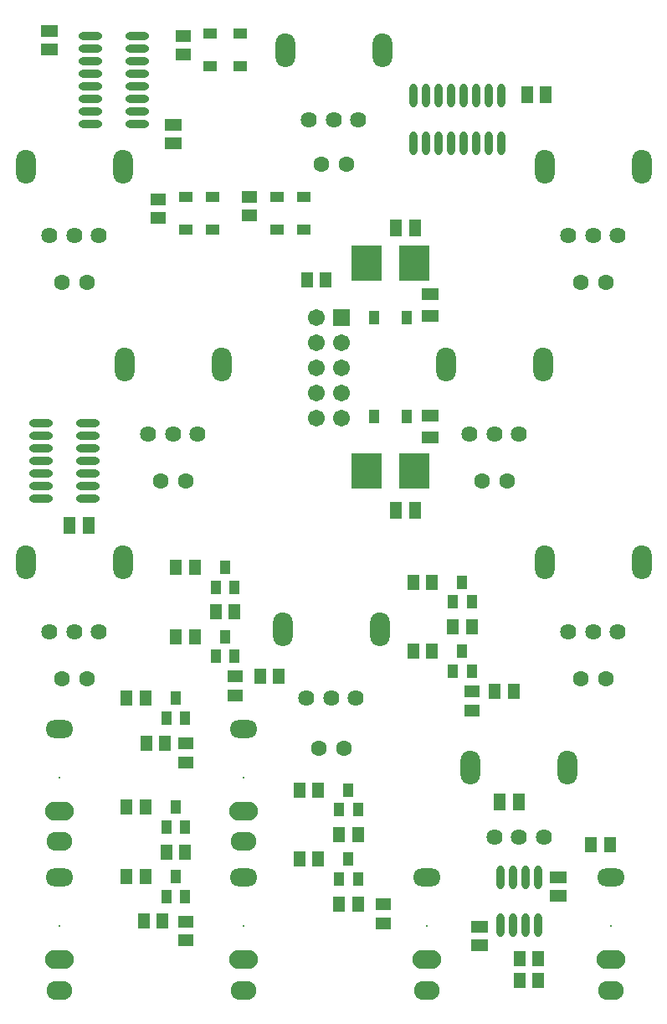
<source format=gbs>
G04 Layer_Color=16711935*
%FSAX44Y44*%
%MOMM*%
G71*
G01*
G75*
%ADD37C,1.7032*%
%ADD38R,1.7032X1.7032*%
%ADD39C,1.6032*%
%ADD40O,2.9032X1.9032*%
%ADD41O,2.8032X1.8032*%
%ADD42C,0.2032*%
%ADD43O,2.6032X1.9032*%
%ADD44C,1.6256*%
%ADD45O,2.0032X3.4032*%
%ADD46O,2.0032X3.4031*%
%ADD47R,1.2032X1.6032*%
%ADD48R,1.0032X1.3532*%
%ADD49R,1.6032X1.2032*%
%ADD50R,1.3032X1.6532*%
%ADD51R,3.0532X3.6032*%
%ADD52R,1.7532X1.2532*%
%ADD53R,1.1132X1.4232*%
%ADD54O,0.8032X2.4032*%
%ADD55R,1.6532X1.3032*%
%ADD56R,1.4232X1.1132*%
%ADD57O,2.4032X0.8032*%
D37*
X01329600Y01603400D02*
D03*
X01355000D02*
D03*
Y01628800D02*
D03*
X01329600D02*
D03*
Y01654200D02*
D03*
X01355000D02*
D03*
Y01679600D02*
D03*
X01329600D02*
D03*
Y01705000D02*
D03*
D38*
X01355000Y01705000D02*
D03*
D39*
X01332300Y01270000D02*
D03*
X01357700D02*
D03*
X01597300Y01340000D02*
D03*
X01622700D02*
D03*
X01522700Y01540000D02*
D03*
X01497300D02*
D03*
X01622700Y01740000D02*
D03*
X01597300D02*
D03*
X01360200Y01860000D02*
D03*
X01334800D02*
D03*
X01097700Y01740000D02*
D03*
X01072300D02*
D03*
X01172300Y01540000D02*
D03*
X01197700D02*
D03*
X01072300Y01340000D02*
D03*
X01097700D02*
D03*
D40*
X01070000Y01056200D02*
D03*
Y01206200D02*
D03*
X01256000Y01056200D02*
D03*
X01442000D02*
D03*
X01256000Y01206200D02*
D03*
X01628000Y01056200D02*
D03*
D41*
X01070000Y01139200D02*
D03*
Y01289200D02*
D03*
X01256000Y01139200D02*
D03*
X01442000D02*
D03*
X01256000Y01289200D02*
D03*
X01628000Y01139200D02*
D03*
D42*
X01070000Y01090000D02*
D03*
Y01240000D02*
D03*
X01256000Y01090000D02*
D03*
X01442000D02*
D03*
X01256000Y01240000D02*
D03*
X01628000Y01090000D02*
D03*
D43*
X01070000Y01025200D02*
D03*
Y01175200D02*
D03*
X01256000Y01025200D02*
D03*
X01442000D02*
D03*
X01256000Y01175200D02*
D03*
X01628000Y01025200D02*
D03*
D44*
X01319999Y01320000D02*
D03*
X01345000D02*
D03*
X01370001D02*
D03*
X01509999Y01180000D02*
D03*
X01535000D02*
D03*
X01560001D02*
D03*
X01635001Y01387500D02*
D03*
X01610000D02*
D03*
X01584999D02*
D03*
X01535001Y01587500D02*
D03*
X01510000D02*
D03*
X01484999D02*
D03*
X01635001Y01787500D02*
D03*
X01610000D02*
D03*
X01584999D02*
D03*
X01372501Y01905000D02*
D03*
X01347500D02*
D03*
X01322499D02*
D03*
X01110001Y01787500D02*
D03*
X01085000D02*
D03*
X01059999D02*
D03*
X01159999Y01587500D02*
D03*
X01185000D02*
D03*
X01210001D02*
D03*
X01059999Y01387500D02*
D03*
X01085000D02*
D03*
X01110001D02*
D03*
D45*
X01296000Y01390000D02*
D03*
X01486000Y01250000D02*
D03*
X01561000Y01457500D02*
D03*
X01461000Y01657500D02*
D03*
X01561000Y01857500D02*
D03*
X01298500Y01975000D02*
D03*
X01036000Y01857500D02*
D03*
X01136000Y01657500D02*
D03*
X01036000Y01457500D02*
D03*
D46*
X01394000Y01390000D02*
D03*
X01584000Y01250000D02*
D03*
X01659000Y01457500D02*
D03*
X01559000Y01657500D02*
D03*
X01659000Y01857500D02*
D03*
X01396500Y01975000D02*
D03*
X01134000Y01857500D02*
D03*
X01234000Y01657500D02*
D03*
X01134000Y01457500D02*
D03*
D47*
X01155500Y01095000D02*
D03*
X01174500D02*
D03*
X01157000Y01140000D02*
D03*
X01178000Y01165000D02*
D03*
X01197000D02*
D03*
X01157000Y01210000D02*
D03*
X01158000Y01275000D02*
D03*
X01177000D02*
D03*
X01157000Y01320000D02*
D03*
X01138000D02*
D03*
X01138000Y01210000D02*
D03*
Y01140000D02*
D03*
X01313000Y01157500D02*
D03*
X01332000D02*
D03*
X01353000Y01182500D02*
D03*
X01372000D02*
D03*
X01332000Y01227500D02*
D03*
X01313000D02*
D03*
X01353000Y01112500D02*
D03*
X01372000D02*
D03*
X01535500Y01057500D02*
D03*
X01554500D02*
D03*
X01554500Y01035000D02*
D03*
X01535500D02*
D03*
X01627000Y01172500D02*
D03*
X01608000D02*
D03*
X01529500Y01327500D02*
D03*
X01510500D02*
D03*
X01487000Y01392500D02*
D03*
X01468000D02*
D03*
X01447000Y01367500D02*
D03*
Y01437500D02*
D03*
X01428000D02*
D03*
Y01367500D02*
D03*
X01292000Y01342500D02*
D03*
X01273000D02*
D03*
X01207000Y01382500D02*
D03*
X01247000Y01407500D02*
D03*
X01207000Y01452500D02*
D03*
X01228000Y01407500D02*
D03*
X01188000Y01452500D02*
D03*
X01188000Y01382500D02*
D03*
X01339500Y01742500D02*
D03*
X01320500D02*
D03*
D48*
X01178000Y01120000D02*
D03*
X01197000D02*
D03*
X01187500Y01140000D02*
D03*
X01178000Y01190000D02*
D03*
X01197000D02*
D03*
X01187500Y01210000D02*
D03*
X01197000Y01300000D02*
D03*
X01178000D02*
D03*
X01187500Y01320000D02*
D03*
X01228000Y01362500D02*
D03*
X01247000D02*
D03*
X01237500Y01382500D02*
D03*
X01247000Y01432500D02*
D03*
X01237500Y01452500D02*
D03*
X01228000Y01432500D02*
D03*
X01362500Y01227500D02*
D03*
X01353000Y01207500D02*
D03*
X01362500Y01157500D02*
D03*
X01353000Y01137500D02*
D03*
X01372000D02*
D03*
Y01207500D02*
D03*
X01468000Y01347500D02*
D03*
X01487000D02*
D03*
X01477500Y01367500D02*
D03*
X01468000Y01417500D02*
D03*
X01487000D02*
D03*
X01477500Y01437500D02*
D03*
D49*
X01197500Y01075500D02*
D03*
Y01094500D02*
D03*
Y01255500D02*
D03*
Y01274500D02*
D03*
X01247500Y01323000D02*
D03*
Y01342000D02*
D03*
X01487500Y01308000D02*
D03*
Y01327000D02*
D03*
X01397500Y01112000D02*
D03*
Y01093000D02*
D03*
X01262500Y01808000D02*
D03*
Y01827000D02*
D03*
X01170000Y01824500D02*
D03*
Y01805500D02*
D03*
X01195000Y01970500D02*
D03*
Y01989500D02*
D03*
D50*
X01515500Y01215000D02*
D03*
X01534500D02*
D03*
X01429500Y01510000D02*
D03*
X01410500D02*
D03*
Y01795000D02*
D03*
X01429500D02*
D03*
X01543000Y01930000D02*
D03*
X01562000D02*
D03*
X01099500Y01495000D02*
D03*
X01080500D02*
D03*
D51*
X01429250Y01550000D02*
D03*
X01380750D02*
D03*
X01429250Y01760000D02*
D03*
X01380750D02*
D03*
D52*
X01445000Y01584000D02*
D03*
Y01606000D02*
D03*
Y01706500D02*
D03*
Y01728500D02*
D03*
D53*
X01421500Y01605000D02*
D03*
X01388500D02*
D03*
X01421500Y01705000D02*
D03*
X01388500D02*
D03*
D54*
X01515950Y01091000D02*
D03*
X01528650D02*
D03*
X01541350D02*
D03*
X01554050D02*
D03*
Y01139000D02*
D03*
X01541350D02*
D03*
X01528650D02*
D03*
X01515950D02*
D03*
X01516948Y01880994D02*
D03*
X01504248D02*
D03*
X01491548D02*
D03*
Y01928994D02*
D03*
X01504248D02*
D03*
X01516948D02*
D03*
X01478848D02*
D03*
X01466148D02*
D03*
X01453448D02*
D03*
Y01880994D02*
D03*
X01466148D02*
D03*
X01478848D02*
D03*
X01440748Y01928994D02*
D03*
X01428048D02*
D03*
Y01880994D02*
D03*
X01440748D02*
D03*
D55*
X01495000Y01070500D02*
D03*
Y01089500D02*
D03*
X01575000Y01120500D02*
D03*
Y01139500D02*
D03*
X01185000Y01880500D02*
D03*
Y01899500D02*
D03*
X01060000Y01994500D02*
D03*
Y01975500D02*
D03*
D56*
X01290000Y01793500D02*
D03*
X01317500D02*
D03*
Y01826500D02*
D03*
X01290000D02*
D03*
X01225000D02*
D03*
Y01793500D02*
D03*
X01197500Y01826500D02*
D03*
Y01793500D02*
D03*
X01252500Y01958500D02*
D03*
Y01991500D02*
D03*
X01222500D02*
D03*
Y01958500D02*
D03*
D57*
X01099011Y01521902D02*
D03*
Y01534602D02*
D03*
Y01547302D02*
D03*
Y01560002D02*
D03*
Y01572702D02*
D03*
Y01585402D02*
D03*
Y01598102D02*
D03*
X01051011D02*
D03*
Y01585402D02*
D03*
Y01572702D02*
D03*
Y01560002D02*
D03*
Y01547302D02*
D03*
Y01534602D02*
D03*
Y01521902D02*
D03*
X01148990Y01900552D02*
D03*
Y01913252D02*
D03*
Y01925952D02*
D03*
Y01938652D02*
D03*
Y01951352D02*
D03*
Y01964052D02*
D03*
Y01976752D02*
D03*
Y01989452D02*
D03*
X01100990D02*
D03*
Y01976752D02*
D03*
Y01964052D02*
D03*
Y01951352D02*
D03*
Y01938652D02*
D03*
Y01925952D02*
D03*
Y01913252D02*
D03*
Y01900552D02*
D03*
M02*

</source>
